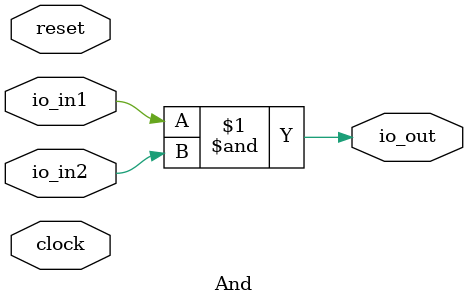
<source format=v>
module And(
  input   clock,
  input   reset,
  input   io_in1,
  input   io_in2,
  output  io_out
);
  assign io_out = io_in1 & io_in2; // @[And.scala 12:22]
endmodule

</source>
